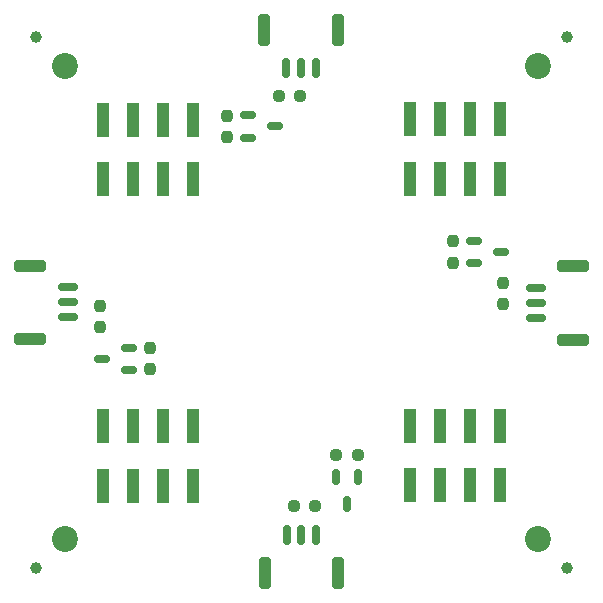
<source format=gts>
G04 #@! TF.GenerationSoftware,KiCad,Pcbnew,8.0.1*
G04 #@! TF.CreationDate,2025-02-17T13:43:14+05:00*
G04 #@! TF.ProjectId,pwm_servo,70776d5f-7365-4727-966f-2e6b69636164,rev?*
G04 #@! TF.SameCoordinates,Original*
G04 #@! TF.FileFunction,Soldermask,Top*
G04 #@! TF.FilePolarity,Negative*
%FSLAX46Y46*%
G04 Gerber Fmt 4.6, Leading zero omitted, Abs format (unit mm)*
G04 Created by KiCad (PCBNEW 8.0.1) date 2025-02-17 13:43:14*
%MOMM*%
%LPD*%
G01*
G04 APERTURE LIST*
G04 Aperture macros list*
%AMRoundRect*
0 Rectangle with rounded corners*
0 $1 Rounding radius*
0 $2 $3 $4 $5 $6 $7 $8 $9 X,Y pos of 4 corners*
0 Add a 4 corners polygon primitive as box body*
4,1,4,$2,$3,$4,$5,$6,$7,$8,$9,$2,$3,0*
0 Add four circle primitives for the rounded corners*
1,1,$1+$1,$2,$3*
1,1,$1+$1,$4,$5*
1,1,$1+$1,$6,$7*
1,1,$1+$1,$8,$9*
0 Add four rect primitives between the rounded corners*
20,1,$1+$1,$2,$3,$4,$5,0*
20,1,$1+$1,$4,$5,$6,$7,0*
20,1,$1+$1,$6,$7,$8,$9,0*
20,1,$1+$1,$8,$9,$2,$3,0*%
G04 Aperture macros list end*
%ADD10C,2.200000*%
%ADD11R,1.000000X3.000000*%
%ADD12RoundRect,0.150000X0.150000X0.700000X-0.150000X0.700000X-0.150000X-0.700000X0.150000X-0.700000X0*%
%ADD13RoundRect,0.250000X0.250000X1.100000X-0.250000X1.100000X-0.250000X-1.100000X0.250000X-1.100000X0*%
%ADD14RoundRect,0.150000X-0.150000X0.512500X-0.150000X-0.512500X0.150000X-0.512500X0.150000X0.512500X0*%
%ADD15RoundRect,0.237500X-0.250000X-0.237500X0.250000X-0.237500X0.250000X0.237500X-0.250000X0.237500X0*%
%ADD16C,1.000000*%
%ADD17RoundRect,0.237500X0.237500X-0.250000X0.237500X0.250000X-0.237500X0.250000X-0.237500X-0.250000X0*%
%ADD18RoundRect,0.237500X-0.237500X0.250000X-0.237500X-0.250000X0.237500X-0.250000X0.237500X0.250000X0*%
%ADD19RoundRect,0.150000X0.512500X0.150000X-0.512500X0.150000X-0.512500X-0.150000X0.512500X-0.150000X0*%
%ADD20RoundRect,0.150000X-0.150000X-0.700000X0.150000X-0.700000X0.150000X0.700000X-0.150000X0.700000X0*%
%ADD21RoundRect,0.250000X-0.250000X-1.100000X0.250000X-1.100000X0.250000X1.100000X-0.250000X1.100000X0*%
%ADD22RoundRect,0.150000X-0.512500X-0.150000X0.512500X-0.150000X0.512500X0.150000X-0.512500X0.150000X0*%
%ADD23RoundRect,0.237500X0.250000X0.237500X-0.250000X0.237500X-0.250000X-0.237500X0.250000X-0.237500X0*%
%ADD24RoundRect,0.150000X0.700000X-0.150000X0.700000X0.150000X-0.700000X0.150000X-0.700000X-0.150000X0*%
%ADD25RoundRect,0.250000X1.100000X-0.250000X1.100000X0.250000X-1.100000X0.250000X-1.100000X-0.250000X0*%
%ADD26RoundRect,0.150000X-0.700000X0.150000X-0.700000X-0.150000X0.700000X-0.150000X0.700000X0.150000X0*%
%ADD27RoundRect,0.250000X-1.100000X0.250000X-1.100000X-0.250000X1.100000X-0.250000X1.100000X0.250000X0*%
G04 APERTURE END LIST*
D10*
X182575000Y-74050000D03*
D11*
X145815000Y-104505000D03*
X145815000Y-109545000D03*
X148354999Y-104505000D03*
X148354999Y-109545000D03*
X150895001Y-104505000D03*
X150895001Y-109545000D03*
X153435000Y-104505000D03*
X153435000Y-109545000D03*
D12*
X163800000Y-74175000D03*
X162550000Y-74175001D03*
X161300000Y-74175000D03*
D13*
X165650000Y-70975000D03*
X159450000Y-70975000D03*
D14*
X167399999Y-108812500D03*
X165500001Y-108812500D03*
X166450000Y-111087500D03*
D15*
X160637500Y-76575000D03*
X162462500Y-76575000D03*
X165512500Y-107000000D03*
X167337500Y-107000000D03*
D16*
X185075000Y-116550000D03*
D10*
X142575000Y-114050000D03*
D17*
X156275000Y-80075000D03*
X156275000Y-78250000D03*
D18*
X179650000Y-92387500D03*
X179650000Y-94212500D03*
D16*
X185075000Y-71550000D03*
X140075000Y-71550000D03*
D19*
X147962500Y-99774999D03*
X147962500Y-97875001D03*
X145687500Y-98825000D03*
D20*
X161325000Y-113725000D03*
X162575000Y-113725000D03*
X163825000Y-113725000D03*
D21*
X159475000Y-116925000D03*
X165675000Y-116925000D03*
D22*
X177187500Y-88812501D03*
X177187500Y-90712499D03*
X179462500Y-89762500D03*
D16*
X140075000Y-116550000D03*
D23*
X163750000Y-111275000D03*
X161925000Y-111275000D03*
D17*
X145550000Y-96137500D03*
X145550000Y-94312500D03*
D22*
X158062500Y-78187501D03*
X158062500Y-80087499D03*
X160337500Y-79137500D03*
D11*
X179385000Y-83570000D03*
X179385000Y-78530000D03*
X176845001Y-83570000D03*
X176845001Y-78530000D03*
X174304999Y-83570000D03*
X174304999Y-78530000D03*
X171765000Y-83570000D03*
X171765000Y-78530000D03*
D24*
X182400000Y-95350000D03*
X182399999Y-94100000D03*
X182400000Y-92850000D03*
D25*
X185600000Y-97200000D03*
X185600000Y-91000000D03*
D11*
X153435000Y-83620000D03*
X153435000Y-78580000D03*
X150895001Y-83620000D03*
X150895001Y-78580000D03*
X148354999Y-83620000D03*
X148354999Y-78580000D03*
X145815000Y-83620000D03*
X145815000Y-78580000D03*
X171765000Y-104480000D03*
X171765000Y-109520000D03*
X174304999Y-104480000D03*
X174304999Y-109520000D03*
X176845001Y-104480000D03*
X176845001Y-109520000D03*
X179385000Y-104480000D03*
X179385000Y-109520000D03*
D10*
X182575000Y-114050000D03*
D26*
X142825000Y-92775000D03*
X142825001Y-94025000D03*
X142825000Y-95275000D03*
D27*
X139625000Y-90925000D03*
X139625000Y-97125000D03*
D17*
X175375000Y-90687500D03*
X175375000Y-88862500D03*
D18*
X149775000Y-97887500D03*
X149775000Y-99712500D03*
D10*
X142575000Y-74050000D03*
M02*

</source>
